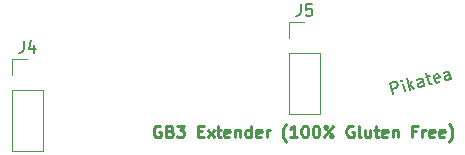
<source format=gbr>
%TF.GenerationSoftware,KiCad,Pcbnew,(5.1.6)-1*%
%TF.CreationDate,2021-09-10T13:09:24-05:00*%
%TF.ProjectId,Pikatea Macropad GB3 Addon,50696b61-7465-4612-904d-6163726f7061,rev?*%
%TF.SameCoordinates,Original*%
%TF.FileFunction,Legend,Top*%
%TF.FilePolarity,Positive*%
%FSLAX46Y46*%
G04 Gerber Fmt 4.6, Leading zero omitted, Abs format (unit mm)*
G04 Created by KiCad (PCBNEW (5.1.6)-1) date 2021-09-10 13:09:24*
%MOMM*%
%LPD*%
G01*
G04 APERTURE LIST*
%ADD10C,0.200000*%
%ADD11C,0.250000*%
%ADD12C,0.120000*%
%ADD13C,0.150000*%
G04 APERTURE END LIST*
D10*
X205269272Y-109080176D02*
X205010452Y-108114250D01*
X205378424Y-108015652D01*
X205482742Y-108036999D01*
X205541063Y-108070671D01*
X205611709Y-108150339D01*
X205648683Y-108288329D01*
X205627336Y-108392646D01*
X205593664Y-108450968D01*
X205513996Y-108521614D01*
X205146024Y-108620211D01*
X206235197Y-108821357D02*
X206062651Y-108177406D01*
X205976378Y-107855431D02*
X205942707Y-107913752D01*
X206001028Y-107947424D01*
X206034699Y-107889103D01*
X205976378Y-107855431D01*
X206001028Y-107947424D01*
X206695162Y-108698110D02*
X206436343Y-107732184D01*
X206688557Y-108305489D02*
X207063134Y-108599512D01*
X206890588Y-107955561D02*
X206621214Y-108422131D01*
X207891070Y-108377667D02*
X207755498Y-107871706D01*
X207684852Y-107792038D01*
X207580535Y-107770691D01*
X207396549Y-107819990D01*
X207316881Y-107890635D01*
X207878745Y-108331671D02*
X207799077Y-108402317D01*
X207569095Y-108463940D01*
X207464777Y-108442593D01*
X207394131Y-108362925D01*
X207369482Y-108270932D01*
X207390829Y-108166614D01*
X207470497Y-108095968D01*
X207700480Y-108034345D01*
X207780148Y-107963699D01*
X208040499Y-107647444D02*
X208408471Y-107548846D01*
X208092216Y-107288494D02*
X208314061Y-108116431D01*
X208384707Y-108196099D01*
X208489024Y-108217446D01*
X208581017Y-108192796D01*
X209258639Y-107961929D02*
X209178971Y-108032575D01*
X208994985Y-108081874D01*
X208890668Y-108060527D01*
X208820022Y-107980859D01*
X208721424Y-107612887D01*
X208742771Y-107508569D01*
X208822439Y-107437923D01*
X209006425Y-107388624D01*
X209110743Y-107409972D01*
X209181389Y-107489640D01*
X209206038Y-107581633D01*
X208770723Y-107796873D01*
X210144897Y-107773756D02*
X210009325Y-107267795D01*
X209938679Y-107188127D01*
X209834362Y-107166780D01*
X209650376Y-107216078D01*
X209570708Y-107286724D01*
X210132572Y-107727760D02*
X210052904Y-107798405D01*
X209822922Y-107860029D01*
X209718604Y-107838682D01*
X209647958Y-107759014D01*
X209623309Y-107667021D01*
X209644656Y-107562703D01*
X209724324Y-107492057D01*
X209954306Y-107430434D01*
X210033975Y-107359788D01*
D11*
X185554761Y-111770000D02*
X185459523Y-111722380D01*
X185316666Y-111722380D01*
X185173809Y-111770000D01*
X185078571Y-111865238D01*
X185030952Y-111960476D01*
X184983333Y-112150952D01*
X184983333Y-112293809D01*
X185030952Y-112484285D01*
X185078571Y-112579523D01*
X185173809Y-112674761D01*
X185316666Y-112722380D01*
X185411904Y-112722380D01*
X185554761Y-112674761D01*
X185602380Y-112627142D01*
X185602380Y-112293809D01*
X185411904Y-112293809D01*
X186364285Y-112198571D02*
X186507142Y-112246190D01*
X186554761Y-112293809D01*
X186602380Y-112389047D01*
X186602380Y-112531904D01*
X186554761Y-112627142D01*
X186507142Y-112674761D01*
X186411904Y-112722380D01*
X186030952Y-112722380D01*
X186030952Y-111722380D01*
X186364285Y-111722380D01*
X186459523Y-111770000D01*
X186507142Y-111817619D01*
X186554761Y-111912857D01*
X186554761Y-112008095D01*
X186507142Y-112103333D01*
X186459523Y-112150952D01*
X186364285Y-112198571D01*
X186030952Y-112198571D01*
X186935714Y-111722380D02*
X187554761Y-111722380D01*
X187221428Y-112103333D01*
X187364285Y-112103333D01*
X187459523Y-112150952D01*
X187507142Y-112198571D01*
X187554761Y-112293809D01*
X187554761Y-112531904D01*
X187507142Y-112627142D01*
X187459523Y-112674761D01*
X187364285Y-112722380D01*
X187078571Y-112722380D01*
X186983333Y-112674761D01*
X186935714Y-112627142D01*
X188745238Y-112198571D02*
X189078571Y-112198571D01*
X189221428Y-112722380D02*
X188745238Y-112722380D01*
X188745238Y-111722380D01*
X189221428Y-111722380D01*
X189554761Y-112722380D02*
X190078571Y-112055714D01*
X189554761Y-112055714D02*
X190078571Y-112722380D01*
X190316666Y-112055714D02*
X190697619Y-112055714D01*
X190459523Y-111722380D02*
X190459523Y-112579523D01*
X190507142Y-112674761D01*
X190602380Y-112722380D01*
X190697619Y-112722380D01*
X191411904Y-112674761D02*
X191316666Y-112722380D01*
X191126190Y-112722380D01*
X191030952Y-112674761D01*
X190983333Y-112579523D01*
X190983333Y-112198571D01*
X191030952Y-112103333D01*
X191126190Y-112055714D01*
X191316666Y-112055714D01*
X191411904Y-112103333D01*
X191459523Y-112198571D01*
X191459523Y-112293809D01*
X190983333Y-112389047D01*
X191888095Y-112055714D02*
X191888095Y-112722380D01*
X191888095Y-112150952D02*
X191935714Y-112103333D01*
X192030952Y-112055714D01*
X192173809Y-112055714D01*
X192269047Y-112103333D01*
X192316666Y-112198571D01*
X192316666Y-112722380D01*
X193221428Y-112722380D02*
X193221428Y-111722380D01*
X193221428Y-112674761D02*
X193126190Y-112722380D01*
X192935714Y-112722380D01*
X192840476Y-112674761D01*
X192792857Y-112627142D01*
X192745238Y-112531904D01*
X192745238Y-112246190D01*
X192792857Y-112150952D01*
X192840476Y-112103333D01*
X192935714Y-112055714D01*
X193126190Y-112055714D01*
X193221428Y-112103333D01*
X194078571Y-112674761D02*
X193983333Y-112722380D01*
X193792857Y-112722380D01*
X193697619Y-112674761D01*
X193650000Y-112579523D01*
X193650000Y-112198571D01*
X193697619Y-112103333D01*
X193792857Y-112055714D01*
X193983333Y-112055714D01*
X194078571Y-112103333D01*
X194126190Y-112198571D01*
X194126190Y-112293809D01*
X193650000Y-112389047D01*
X194554761Y-112722380D02*
X194554761Y-112055714D01*
X194554761Y-112246190D02*
X194602380Y-112150952D01*
X194650000Y-112103333D01*
X194745238Y-112055714D01*
X194840476Y-112055714D01*
X196221428Y-113103333D02*
X196173809Y-113055714D01*
X196078571Y-112912857D01*
X196030952Y-112817619D01*
X195983333Y-112674761D01*
X195935714Y-112436666D01*
X195935714Y-112246190D01*
X195983333Y-112008095D01*
X196030952Y-111865238D01*
X196078571Y-111770000D01*
X196173809Y-111627142D01*
X196221428Y-111579523D01*
X197126190Y-112722380D02*
X196554761Y-112722380D01*
X196840476Y-112722380D02*
X196840476Y-111722380D01*
X196745238Y-111865238D01*
X196650000Y-111960476D01*
X196554761Y-112008095D01*
X197745238Y-111722380D02*
X197840476Y-111722380D01*
X197935714Y-111770000D01*
X197983333Y-111817619D01*
X198030952Y-111912857D01*
X198078571Y-112103333D01*
X198078571Y-112341428D01*
X198030952Y-112531904D01*
X197983333Y-112627142D01*
X197935714Y-112674761D01*
X197840476Y-112722380D01*
X197745238Y-112722380D01*
X197650000Y-112674761D01*
X197602380Y-112627142D01*
X197554761Y-112531904D01*
X197507142Y-112341428D01*
X197507142Y-112103333D01*
X197554761Y-111912857D01*
X197602380Y-111817619D01*
X197650000Y-111770000D01*
X197745238Y-111722380D01*
X198697619Y-111722380D02*
X198792857Y-111722380D01*
X198888095Y-111770000D01*
X198935714Y-111817619D01*
X198983333Y-111912857D01*
X199030952Y-112103333D01*
X199030952Y-112341428D01*
X198983333Y-112531904D01*
X198935714Y-112627142D01*
X198888095Y-112674761D01*
X198792857Y-112722380D01*
X198697619Y-112722380D01*
X198602380Y-112674761D01*
X198554761Y-112627142D01*
X198507142Y-112531904D01*
X198459523Y-112341428D01*
X198459523Y-112103333D01*
X198507142Y-111912857D01*
X198554761Y-111817619D01*
X198602380Y-111770000D01*
X198697619Y-111722380D01*
X199411904Y-112722380D02*
X200173809Y-111722380D01*
X199554761Y-111722380D02*
X199650000Y-111770000D01*
X199697619Y-111865238D01*
X199650000Y-111960476D01*
X199554761Y-112008095D01*
X199459523Y-111960476D01*
X199411904Y-111865238D01*
X199459523Y-111770000D01*
X199554761Y-111722380D01*
X200126190Y-112674761D02*
X200173809Y-112579523D01*
X200126190Y-112484285D01*
X200030952Y-112436666D01*
X199935714Y-112484285D01*
X199888095Y-112579523D01*
X199935714Y-112674761D01*
X200030952Y-112722380D01*
X200126190Y-112674761D01*
X201888095Y-111770000D02*
X201792857Y-111722380D01*
X201650000Y-111722380D01*
X201507142Y-111770000D01*
X201411904Y-111865238D01*
X201364285Y-111960476D01*
X201316666Y-112150952D01*
X201316666Y-112293809D01*
X201364285Y-112484285D01*
X201411904Y-112579523D01*
X201507142Y-112674761D01*
X201650000Y-112722380D01*
X201745238Y-112722380D01*
X201888095Y-112674761D01*
X201935714Y-112627142D01*
X201935714Y-112293809D01*
X201745238Y-112293809D01*
X202507142Y-112722380D02*
X202411904Y-112674761D01*
X202364285Y-112579523D01*
X202364285Y-111722380D01*
X203316666Y-112055714D02*
X203316666Y-112722380D01*
X202888095Y-112055714D02*
X202888095Y-112579523D01*
X202935714Y-112674761D01*
X203030952Y-112722380D01*
X203173809Y-112722380D01*
X203269047Y-112674761D01*
X203316666Y-112627142D01*
X203650000Y-112055714D02*
X204030952Y-112055714D01*
X203792857Y-111722380D02*
X203792857Y-112579523D01*
X203840476Y-112674761D01*
X203935714Y-112722380D01*
X204030952Y-112722380D01*
X204745238Y-112674761D02*
X204649999Y-112722380D01*
X204459523Y-112722380D01*
X204364285Y-112674761D01*
X204316666Y-112579523D01*
X204316666Y-112198571D01*
X204364285Y-112103333D01*
X204459523Y-112055714D01*
X204649999Y-112055714D01*
X204745238Y-112103333D01*
X204792857Y-112198571D01*
X204792857Y-112293809D01*
X204316666Y-112389047D01*
X205221428Y-112055714D02*
X205221428Y-112722380D01*
X205221428Y-112150952D02*
X205269047Y-112103333D01*
X205364285Y-112055714D01*
X205507142Y-112055714D01*
X205602380Y-112103333D01*
X205650000Y-112198571D01*
X205650000Y-112722380D01*
X207221428Y-112198571D02*
X206888095Y-112198571D01*
X206888095Y-112722380D02*
X206888095Y-111722380D01*
X207364285Y-111722380D01*
X207745238Y-112722380D02*
X207745238Y-112055714D01*
X207745238Y-112246190D02*
X207792857Y-112150952D01*
X207840476Y-112103333D01*
X207935714Y-112055714D01*
X208030952Y-112055714D01*
X208745238Y-112674761D02*
X208649999Y-112722380D01*
X208459523Y-112722380D01*
X208364285Y-112674761D01*
X208316666Y-112579523D01*
X208316666Y-112198571D01*
X208364285Y-112103333D01*
X208459523Y-112055714D01*
X208649999Y-112055714D01*
X208745238Y-112103333D01*
X208792857Y-112198571D01*
X208792857Y-112293809D01*
X208316666Y-112389047D01*
X209602380Y-112674761D02*
X209507142Y-112722380D01*
X209316666Y-112722380D01*
X209221428Y-112674761D01*
X209173809Y-112579523D01*
X209173809Y-112198571D01*
X209221428Y-112103333D01*
X209316666Y-112055714D01*
X209507142Y-112055714D01*
X209602380Y-112103333D01*
X209650000Y-112198571D01*
X209650000Y-112293809D01*
X209173809Y-112389047D01*
X209983333Y-113103333D02*
X210030952Y-113055714D01*
X210126190Y-112912857D01*
X210173809Y-112817619D01*
X210221428Y-112674761D01*
X210269047Y-112436666D01*
X210269047Y-112246190D01*
X210221428Y-112008095D01*
X210173809Y-111865238D01*
X210126190Y-111770000D01*
X210030952Y-111627142D01*
X209983333Y-111579523D01*
D12*
%TO.C,J4*%
X172980000Y-113840000D02*
X175640000Y-113840000D01*
X172980000Y-108700000D02*
X172980000Y-113840000D01*
X175640000Y-108700000D02*
X175640000Y-113840000D01*
X172980000Y-108700000D02*
X175640000Y-108700000D01*
X172980000Y-107430000D02*
X172980000Y-106100000D01*
X172980000Y-106100000D02*
X174310000Y-106100000D01*
%TO.C,J5*%
X196430000Y-110720000D02*
X199090000Y-110720000D01*
X196430000Y-105580000D02*
X196430000Y-110720000D01*
X199090000Y-105580000D02*
X199090000Y-110720000D01*
X196430000Y-105580000D02*
X199090000Y-105580000D01*
X196430000Y-104310000D02*
X196430000Y-102980000D01*
X196430000Y-102980000D02*
X197760000Y-102980000D01*
%TO.C,J4*%
D13*
X173976666Y-104552380D02*
X173976666Y-105266666D01*
X173929047Y-105409523D01*
X173833809Y-105504761D01*
X173690952Y-105552380D01*
X173595714Y-105552380D01*
X174881428Y-104885714D02*
X174881428Y-105552380D01*
X174643333Y-104504761D02*
X174405238Y-105219047D01*
X175024285Y-105219047D01*
%TO.C,J5*%
X197426666Y-101432380D02*
X197426666Y-102146666D01*
X197379047Y-102289523D01*
X197283809Y-102384761D01*
X197140952Y-102432380D01*
X197045714Y-102432380D01*
X198379047Y-101432380D02*
X197902857Y-101432380D01*
X197855238Y-101908571D01*
X197902857Y-101860952D01*
X197998095Y-101813333D01*
X198236190Y-101813333D01*
X198331428Y-101860952D01*
X198379047Y-101908571D01*
X198426666Y-102003809D01*
X198426666Y-102241904D01*
X198379047Y-102337142D01*
X198331428Y-102384761D01*
X198236190Y-102432380D01*
X197998095Y-102432380D01*
X197902857Y-102384761D01*
X197855238Y-102337142D01*
%TD*%
M02*

</source>
